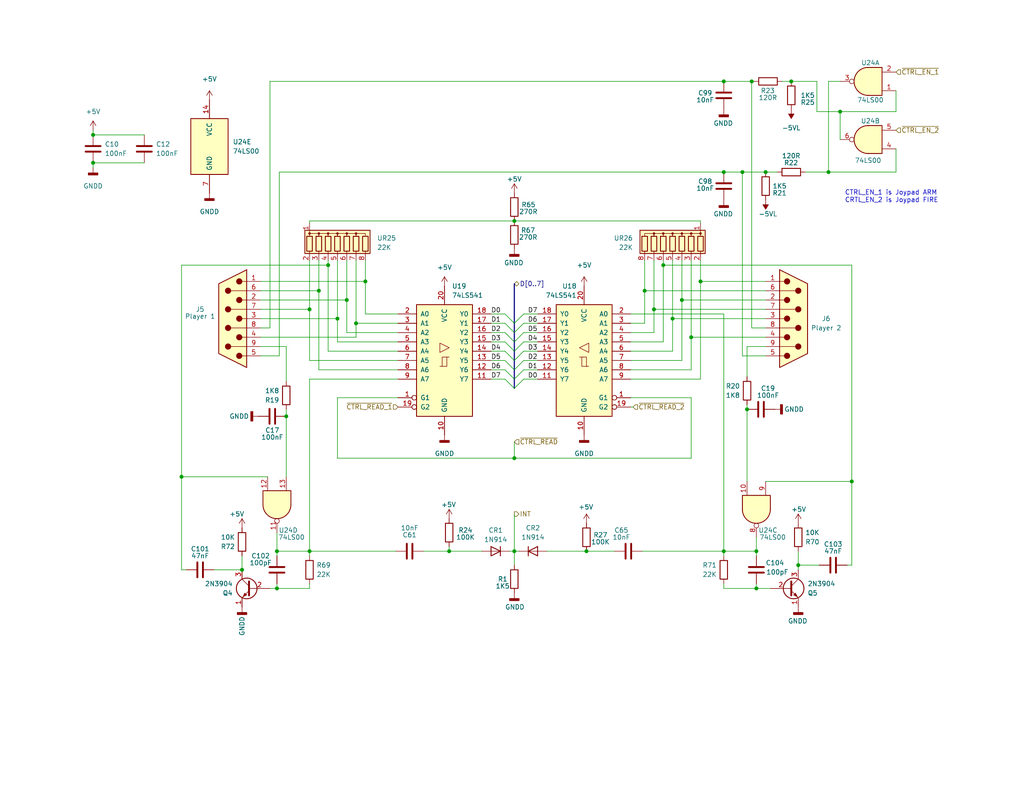
<source format=kicad_sch>
(kicad_sch (version 20230121) (generator eeschema)
  (paper "USLetter")
  (title_block (title "Righteous Tentacle, Colecovision Reverse Engineering Project") (date "2023-06-18") (rev "1.0.0.F") (company "sparkletron") (comment 1 "Jay Convertino") (comment 2 "MIT LICENSE") (comment 3 "PCB: 75743 REV F"))
  (lib_symbols
    (symbol "74xx:74LS00" (pin_names (offset 1.016))
      (property "Reference" "U" (at 0 1.27 0))
      (property "Value" "74LS00" (at 0 -1.27 0))
      (symbol "74LS00_1_1"
        (arc (start 0 -3.81) (mid 3.7934 0) (end 0 3.81) (stroke (width 0.254)) (fill (type background)))
        (polyline (pts (xy 0 3.81) (xy -3.81 3.81) (xy -3.81 -3.81) (xy 0 -3.81)) (stroke (width 0.254)) (fill (type background)))
        (pin input line (at -7.62 2.54 0) (length 3.81) (name "~") (number "1"))
        (pin input line (at -7.62 -2.54 0) (length 3.81) (name "~") (number "2"))
        (pin output inverted (at 7.62 0 180) (length 3.81) (name "~") (number "3"))
      )
      (symbol "74LS00_1_2"
        (arc (start -3.81 -3.81) (mid -2.589 0) (end -3.81 3.81) (stroke (width 0.254)))
        (arc (start -0.6096 -3.81) (mid 2.1842 -2.5851) (end 3.81 0) (stroke (width 0.254)) (fill (type background)))
        (polyline (pts (xy -3.81 -3.81) (xy -0.635 -3.81)) (stroke (width 0.254)) (fill (type background)))
        (polyline (pts (xy -3.81 3.81) (xy -0.635 3.81)) (stroke (width 0.254)) (fill (type background)))
        (polyline (pts (xy -0.635 3.81) (xy -3.81 3.81) (xy -3.81 3.81) (xy -3.556 3.4036) (xy -3.0226 2.2606) (xy -2.6924 1.0414) (xy -2.6162 -0.254) (xy -2.7686 -1.4986) (xy -3.175 -2.7178) (xy -3.81 -3.81) (xy -3.81 -3.81) (xy -0.635 -3.81)) (stroke (width -25.4)) (fill (type background)))
        (arc (start 3.81 0) (mid 2.1915 2.5936) (end -0.6096 3.81) (stroke (width 0.254)) (fill (type background)))
        (pin input inverted (at -7.62 2.54 0) (length 4.318) (name "~") (number "1"))
        (pin input inverted (at -7.62 -2.54 0) (length 4.318) (name "~") (number "2"))
        (pin output line (at 7.62 0 180) (length 3.81) (name "~") (number "3"))
      )
      (symbol "74LS00_2_1"
        (arc (start 0 -3.81) (mid 3.7934 0) (end 0 3.81) (stroke (width 0.254)) (fill (type background)))
        (polyline (pts (xy 0 3.81) (xy -3.81 3.81) (xy -3.81 -3.81) (xy 0 -3.81)) (stroke (width 0.254)) (fill (type background)))
        (pin input line (at -7.62 2.54 0) (length 3.81) (name "~") (number "4"))
        (pin input line (at -7.62 -2.54 0) (length 3.81) (name "~") (number "5"))
        (pin output inverted (at 7.62 0 180) (length 3.81) (name "~") (number "6"))
      )
      (symbol "74LS00_2_2"
        (arc (start -3.81 -3.81) (mid -2.589 0) (end -3.81 3.81) (stroke (width 0.254)))
        (arc (start -0.6096 -3.81) (mid 2.1842 -2.5851) (end 3.81 0) (stroke (width 0.254)) (fill (type background)))
        (polyline (pts (xy -3.81 -3.81) (xy -0.635 -3.81)) (stroke (width 0.254)) (fill (type background)))
        (polyline (pts (xy -3.81 3.81) (xy -0.635 3.81)) (stroke (width 0.254)) (fill (type background)))
        (polyline (pts (xy -0.635 3.81) (xy -3.81 3.81) (xy -3.81 3.81) (xy -3.556 3.4036) (xy -3.0226 2.2606) (xy -2.6924 1.0414) (xy -2.6162 -0.254) (xy -2.7686 -1.4986) (xy -3.175 -2.7178) (xy -3.81 -3.81) (xy -3.81 -3.81) (xy -0.635 -3.81)) (stroke (width -25.4)) (fill (type background)))
        (arc (start 3.81 0) (mid 2.1915 2.5936) (end -0.6096 3.81) (stroke (width 0.254)) (fill (type background)))
        (pin input inverted (at -7.62 2.54 0) (length 4.318) (name "~") (number "4"))
        (pin input inverted (at -7.62 -2.54 0) (length 4.318) (name "~") (number "5"))
        (pin output line (at 7.62 0 180) (length 3.81) (name "~") (number "6"))
      )
      (symbol "74LS00_3_1"
        (arc (start 0 -3.81) (mid 3.7934 0) (end 0 3.81) (stroke (width 0.254)) (fill (type background)))
        (polyline (pts (xy 0 3.81) (xy -3.81 3.81) (xy -3.81 -3.81) (xy 0 -3.81)) (stroke (width 0.254)) (fill (type background)))
        (pin input line (at -7.62 -2.54 0) (length 3.81) (name "~") (number "10"))
        (pin output inverted (at 7.62 0 180) (length 3.81) (name "~") (number "8"))
        (pin input line (at -7.62 2.54 0) (length 3.81) (name "~") (number "9"))
      )
      (symbol "74LS00_3_2"
        (arc (start -3.81 -3.81) (mid -2.589 0) (end -3.81 3.81) (stroke (width 0.254)))
        (arc (start -0.6096 -3.81) (mid 2.1842 -2.5851) (end 3.81 0) (stroke (width 0.254)) (fill (type background)))
        (polyline (pts (xy -3.81 -3.81) (xy -0.635 -3.81)) (stroke (width 0.254)) (fill (type background)))
        (polyline (pts (xy -3.81 3.81) (xy -0.635 3.81)) (stroke (width 0.254)) (fill (type background)))
        (polyline (pts (xy -0.635 3.81) (xy -3.81 3.81) (xy -3.81 3.81) (xy -3.556 3.4036) (xy -3.0226 2.2606) (xy -2.6924 1.0414) (xy -2.6162 -0.254) (xy -2.7686 -1.4986) (xy -3.175 -2.7178) (xy -3.81 -3.81) (xy -3.81 -3.81) (xy -0.635 -3.81)) (stroke (width -25.4)) (fill (type background)))
        (arc (start 3.81 0) (mid 2.1915 2.5936) (end -0.6096 3.81) (stroke (width 0.254)) (fill (type background)))
        (pin input inverted (at -7.62 -2.54 0) (length 4.318) (name "~") (number "10"))
        (pin output line (at 7.62 0 180) (length 3.81) (name "~") (number "8"))
        (pin input inverted (at -7.62 2.54 0) (length 4.318) (name "~") (number "9"))
      )
      (symbol "74LS00_4_1"
        (arc (start 0 -3.81) (mid 3.7934 0) (end 0 3.81) (stroke (width 0.254)) (fill (type background)))
        (polyline (pts (xy 0 3.81) (xy -3.81 3.81) (xy -3.81 -3.81) (xy 0 -3.81)) (stroke (width 0.254)) (fill (type background)))
        (pin output inverted (at 7.62 0 180) (length 3.81) (name "~") (number "11"))
        (pin input line (at -7.62 2.54 0) (length 3.81) (name "~") (number "12"))
        (pin input line (at -7.62 -2.54 0) (length 3.81) (name "~") (number "13"))
      )
      (symbol "74LS00_4_2"
        (arc (start -3.81 -3.81) (mid -2.589 0) (end -3.81 3.81) (stroke (width 0.254)))
        (arc (start -0.6096 -3.81) (mid 2.1842 -2.5851) (end 3.81 0) (stroke (width 0.254)) (fill (type background)))
        (polyline (pts (xy -3.81 -3.81) (xy -0.635 -3.81)) (stroke (width 0.254)) (fill (type background)))
        (polyline (pts (xy -3.81 3.81) (xy -0.635 3.81)) (stroke (width 0.254)) (fill (type background)))
        (polyline (pts (xy -0.635 3.81) (xy -3.81 3.81) (xy -3.81 3.81) (xy -3.556 3.4036) (xy -3.0226 2.2606) (xy -2.6924 1.0414) (xy -2.6162 -0.254) (xy -2.7686 -1.4986) (xy -3.175 -2.7178) (xy -3.81 -3.81) (xy -3.81 -3.81) (xy -0.635 -3.81)) (stroke (width -25.4)) (fill (type background)))
        (arc (start 3.81 0) (mid 2.1915 2.5936) (end -0.6096 3.81) (stroke (width 0.254)) (fill (type background)))
        (pin output line (at 7.62 0 180) (length 3.81) (name "~") (number "11"))
        (pin input inverted (at -7.62 2.54 0) (length 4.318) (name "~") (number "12"))
        (pin input inverted (at -7.62 -2.54 0) (length 4.318) (name "~") (number "13"))
      )
      (symbol "74LS00_5_0"
        (pin power_in line (at 0 12.7 270) (length 5.08) (name "VCC") (number "14"))
        (pin power_in line (at 0 -12.7 90) (length 5.08) (name "GND") (number "7"))
      )
      (symbol "74LS00_5_1"
        (rectangle (start -5.08 7.62) (end 5.08 -7.62) (stroke (width 0.254)) (fill (type background)))
      )
    )
    (symbol "74xx:74LS541" (pin_names (offset 1.016))
      (property "Reference" "U" (at -7.62 16.51 0))
      (property "Value" "74LS541" (at -7.62 -16.51 0))
      (symbol "74LS541_1_0"
        (polyline (pts (xy -0.635 -1.6002) (xy -0.635 0.9398) (xy 0.635 0.9398)))
        (polyline (pts (xy -1.27 -1.6002) (xy 0.635 -1.6002) (xy 0.635 0.9398) (xy 1.27 0.9398)))
        (polyline (pts (xy 1.27 3.4798) (xy -1.27 4.7498) (xy -1.27 2.2098) (xy 1.27 3.4798)) (stroke (width 0.1524)))
        (pin input inverted (at -12.7 -10.16 0) (length 5.08) (name "G1") (number "1"))
        (pin power_in line (at 0 -20.32 90) (length 5.08) (name "GND") (number "10"))
        (pin tri_state line (at 12.7 -5.08 180) (length 5.08) (name "Y7") (number "11"))
        (pin tri_state line (at 12.7 -2.54 180) (length 5.08) (name "Y6") (number "12"))
        (pin tri_state line (at 12.7 0 180) (length 5.08) (name "Y5") (number "13"))
        (pin tri_state line (at 12.7 2.54 180) (length 5.08) (name "Y4") (number "14"))
        (pin tri_state line (at 12.7 5.08 180) (length 5.08) (name "Y3") (number "15"))
        (pin tri_state line (at 12.7 7.62 180) (length 5.08) (name "Y2") (number "16"))
        (pin tri_state line (at 12.7 10.16 180) (length 5.08) (name "Y1") (number "17"))
        (pin tri_state line (at 12.7 12.7 180) (length 5.08) (name "Y0") (number "18"))
        (pin input inverted (at -12.7 -12.7 0) (length 5.08) (name "G2") (number "19"))
        (pin input line (at -12.7 12.7 0) (length 5.08) (name "A0") (number "2"))
        (pin power_in line (at 0 20.32 270) (length 5.08) (name "VCC") (number "20"))
        (pin input line (at -12.7 10.16 0) (length 5.08) (name "A1") (number "3"))
        (pin input line (at -12.7 7.62 0) (length 5.08) (name "A2") (number "4"))
        (pin input line (at -12.7 5.08 0) (length 5.08) (name "A3") (number "5"))
        (pin input line (at -12.7 2.54 0) (length 5.08) (name "A4") (number "6"))
        (pin input line (at -12.7 0 0) (length 5.08) (name "A5") (number "7"))
        (pin input line (at -12.7 -2.54 0) (length 5.08) (name "A6") (number "8"))
        (pin input line (at -12.7 -5.08 0) (length 5.08) (name "A7") (number "9"))
      )
      (symbol "74LS541_1_1"
        (rectangle (start -7.62 15.24) (end 7.62 -15.24) (stroke (width 0.254)) (fill (type background)))
      )
    )
    (symbol "Connector:DB9_Male" (pin_names (offset 1.016) hide)
      (property "Reference" "J" (at 0 13.97 0))
      (property "Value" "DB9_Male" (at 0 -14.605 0))
      (symbol "DB9_Male_0_1"
        (circle (center -1.778 -10.16) (radius 0.762) (fill (type outline)))
        (circle (center -1.778 -5.08) (radius 0.762) (fill (type outline)))
        (circle (center -1.778 0) (radius 0.762) (fill (type outline)))
        (circle (center -1.778 5.08) (radius 0.762) (fill (type outline)))
        (circle (center -1.778 10.16) (radius 0.762) (fill (type outline)))
        (polyline (pts (xy -3.81 -10.16) (xy -2.54 -10.16)))
        (polyline (pts (xy -3.81 -7.62) (xy 0.508 -7.62)))
        (polyline (pts (xy -3.81 -5.08) (xy -2.54 -5.08)))
        (polyline (pts (xy -3.81 -2.54) (xy 0.508 -2.54)))
        (polyline (pts (xy -3.81 0) (xy -2.54 0)))
        (polyline (pts (xy -3.81 2.54) (xy 0.508 2.54)))
        (polyline (pts (xy -3.81 5.08) (xy -2.54 5.08)))
        (polyline (pts (xy -3.81 7.62) (xy 0.508 7.62)))
        (polyline (pts (xy -3.81 10.16) (xy -2.54 10.16)))
        (polyline (pts (xy -3.81 -13.335) (xy -3.81 13.335) (xy 3.81 9.525) (xy 3.81 -9.525) (xy -3.81 -13.335)) (stroke (width 0.254)) (fill (type background)))
        (circle (center 1.27 -7.62) (radius 0.762) (fill (type outline)))
        (circle (center 1.27 -2.54) (radius 0.762) (fill (type outline)))
        (circle (center 1.27 2.54) (radius 0.762) (fill (type outline)))
        (circle (center 1.27 7.62) (radius 0.762) (fill (type outline)))
      )
      (symbol "DB9_Male_1_1"
        (pin passive line (at -7.62 -10.16 0) (length 3.81) (name "1") (number "1"))
        (pin passive line (at -7.62 -5.08 0) (length 3.81) (name "2") (number "2"))
        (pin passive line (at -7.62 0 0) (length 3.81) (name "3") (number "3"))
        (pin passive line (at -7.62 5.08 0) (length 3.81) (name "4") (number "4"))
        (pin passive line (at -7.62 10.16 0) (length 3.81) (name "5") (number "5"))
        (pin passive line (at -7.62 -7.62 0) (length 3.81) (name "6") (number "6"))
        (pin passive line (at -7.62 -2.54 0) (length 3.81) (name "7") (number "7"))
        (pin passive line (at -7.62 2.54 0) (length 3.81) (name "8") (number "8"))
        (pin passive line (at -7.62 7.62 0) (length 3.81) (name "9") (number "9"))
      )
    )
    (symbol "Device:C" (pin_numbers hide) (pin_names (offset 0.254))
      (property "Reference" "C" (at 0.635 2.54 0))
      (property "Value" "C" (at 0.635 -2.54 0))
      (symbol "C_0_1"
        (polyline (pts (xy -2.032 -0.762) (xy 2.032 -0.762)) (stroke (width 0.508)))
        (polyline (pts (xy -2.032 0.762) (xy 2.032 0.762)) (stroke (width 0.508)))
      )
      (symbol "C_1_1"
        (pin passive line (at 0 3.81 270) (length 2.794) (name "~") (number "1"))
        (pin passive line (at 0 -3.81 90) (length 2.794) (name "~") (number "2"))
      )
    )
    (symbol "Device:D" (pin_numbers hide) (pin_names (offset 1.016) hide)
      (property "Reference" "D" (at 0 2.54 0))
      (property "Value" "D" (at 0 -2.54 0))
      (symbol "D_0_1"
        (polyline (pts (xy -1.27 1.27) (xy -1.27 -1.27)) (stroke (width 0.254)))
        (polyline (pts (xy 1.27 0) (xy -1.27 0)))
        (polyline (pts (xy 1.27 1.27) (xy 1.27 -1.27) (xy -1.27 0) (xy 1.27 1.27)) (stroke (width 0.254)))
      )
      (symbol "D_1_1"
        (pin passive line (at -3.81 0 0) (length 2.54) (name "K") (number "1"))
        (pin passive line (at 3.81 0 180) (length 2.54) (name "A") (number "2"))
      )
    )
    (symbol "Device:R" (pin_numbers hide) (pin_names (offset 0))
      (property "Reference" "R" (at 2.032 0 90))
      (property "Value" "R" (at 0 0 90))
      (symbol "R_0_1"
        (rectangle (start -1.016 -2.54) (end 1.016 2.54) (stroke (width 0.254)))
      )
      (symbol "R_1_1"
        (pin passive line (at 0 3.81 270) (length 1.27) (name "~") (number "1"))
        (pin passive line (at 0 -3.81 90) (length 1.27) (name "~") (number "2"))
      )
    )
    (symbol "Device:R_Network07" (pin_names (offset 0) hide)
      (property "Reference" "RN" (at -10.16 0 90))
      (property "Value" "R_Network07" (at 10.16 0 90))
      (symbol "R_Network07_0_1"
        (rectangle (start -8.89 -3.175) (end 8.89 3.175) (stroke (width 0.254)) (fill (type background)))
        (rectangle (start -8.382 1.524) (end -6.858 -2.54) (stroke (width 0.254)))
        (circle (center -7.62 2.286) (radius 0.254) (fill (type outline)))
        (rectangle (start -5.842 1.524) (end -4.318 -2.54) (stroke (width 0.254)))
        (circle (center -5.08 2.286) (radius 0.254) (fill (type outline)))
        (rectangle (start -3.302 1.524) (end -1.778 -2.54) (stroke (width 0.254)))
        (circle (center -2.54 2.286) (radius 0.254) (fill (type outline)))
        (rectangle (start -0.762 1.524) (end 0.762 -2.54) (stroke (width 0.254)))
        (polyline (pts (xy -7.62 -2.54) (xy -7.62 -3.81)))
        (polyline (pts (xy -5.08 -2.54) (xy -5.08 -3.81)))
        (polyline (pts (xy -2.54 -2.54) (xy -2.54 -3.81)))
        (polyline (pts (xy 0 -2.54) (xy 0 -3.81)))
        (polyline (pts (xy 2.54 -2.54) (xy 2.54 -3.81)))
        (polyline (pts (xy 5.08 -2.54) (xy 5.08 -3.81)))
        (polyline (pts (xy 7.62 -2.54) (xy 7.62 -3.81)))
        (polyline (pts (xy -7.62 1.524) (xy -7.62 2.286) (xy -5.08 2.286) (xy -5.08 1.524)))
        (polyline (pts (xy -5.08 1.524) (xy -5.08 2.286) (xy -2.54 2.286) (xy -2.54 1.524)))
        (polyline (pts (xy -2.54 1.524) (xy -2.54 2.286) (xy 0 2.286) (xy 0 1.524)))
        (polyline (pts (xy 0 1.524) (xy 0 2.286) (xy 2.54 2.286) (xy 2.54 1.524)))
        (polyline (pts (xy 2.54 1.524) (xy 2.54 2.286) (xy 5.08 2.286) (xy 5.08 1.524)))
        (polyline (pts (xy 5.08 1.524) (xy 5.08 2.286) (xy 7.62 2.286) (xy 7.62 1.524)))
        (circle (center 0 2.286) (radius 0.254) (fill (type outline)))
        (rectangle (start 1.778 1.524) (end 3.302 -2.54) (stroke (width 0.254)))
        (circle (center 2.54 2.286) (radius 0.254) (fill (type outline)))
        (rectangle (start 4.318 1.524) (end 5.842 -2.54) (stroke (width 0.254)))
        (circle (center 5.08 2.286) (radius 0.254) (fill (type outline)))
        (rectangle (start 6.858 1.524) (end 8.382 -2.54) (stroke (width 0.254)))
      )
      (symbol "R_Network07_1_1"
        (pin passive line (at -7.62 5.08 270) (length 2.54) (name "common") (number "1"))
        (pin passive line (at -7.62 -5.08 90) (length 1.27) (name "R1") (number "2"))
        (pin passive line (at -5.08 -5.08 90) (length 1.27) (name "R2") (number "3"))
        (pin passive line (at -2.54 -5.08 90) (length 1.27) (name "R3") (number "4"))
        (pin passive line (at 0 -5.08 90) (length 1.27) (name "R4") (number "5"))
        (pin passive line (at 2.54 -5.08 90) (length 1.27) (name "R5") (number "6"))
        (pin passive line (at 5.08 -5.08 90) (length 1.27) (name "R6") (number "7"))
        (pin passive line (at 7.62 -5.08 90) (length 1.27) (name "R7") (number "8"))
      )
    )
    (symbol "Power_Symbols:-5VL" (power) (pin_names (offset 0))
      (property "Value" "-5VL" (at 0 3.81 0))
      (symbol "-5VL_0_0"
        (pin power_in line (at 0 0 90) (length 0) hide (name "-5VL") (number "1"))
      )
      (symbol "-5VL_0_1"
        (polyline (pts (xy 0 0) (xy 0 1.27) (xy 0.762 1.27) (xy 0 2.54) (xy -0.762 1.27) (xy 0 1.27)) (fill (type outline)))
      )
    )
    (symbol "Transistor_BJT:2N3904" (pin_names (offset 0) hide)
      (property "Reference" "Q" (at 5.08 1.905 0))
      (property "Value" "2N3904" (at 5.08 0 0))
      (symbol "2N3904_0_1"
        (polyline (pts (xy 0.635 0.635) (xy 2.54 2.54)))
        (polyline (pts (xy 0.635 -0.635) (xy 2.54 -2.54) (xy 2.54 -2.54)))
        (polyline (pts (xy 0.635 1.905) (xy 0.635 -1.905) (xy 0.635 -1.905)) (stroke (width 0.508)))
        (polyline (pts (xy 1.27 -1.778) (xy 1.778 -1.27) (xy 2.286 -2.286) (xy 1.27 -1.778) (xy 1.27 -1.778)) (fill (type outline)))
        (circle (center 1.27 0) (radius 2.8194) (stroke (width 0.254)))
      )
      (symbol "2N3904_1_1"
        (pin passive line (at 2.54 -5.08 90) (length 2.54) (name "E") (number "1"))
        (pin passive line (at -5.08 0 0) (length 5.715) (name "B") (number "2"))
        (pin passive line (at 2.54 5.08 270) (length 2.54) (name "C") (number "3"))
      )
    )
    (symbol "power:+5V" (power) (pin_names (offset 0))
      (property "Value" "+5V" (at 0 3.556 0))
      (symbol "+5V_0_1"
        (polyline (pts (xy -0.762 1.27) (xy 0 2.54)))
        (polyline (pts (xy 0 0) (xy 0 2.54)))
        (polyline (pts (xy 0 2.54) (xy 0.762 1.27)))
      )
      (symbol "+5V_1_1"
        (pin power_in line (at 0 0 90) (length 0) hide (name "+5V") (number "1"))
      )
    )
    (symbol "power:GNDD" (power) (pin_names (offset 0))
      (property "Value" "GNDD" (at 0 -3.175 0))
      (symbol "GNDD_0_1"
        (rectangle (start -1.27 -1.524) (end 1.27 -2.032) (stroke (width 0.254)) (fill (type outline)))
        (polyline (pts (xy 0 0) (xy 0 -1.524)))
      )
      (symbol "GNDD_1_1"
        (pin power_in line (at 0 0 270) (length 0) hide (name "GNDD") (number "1"))
      )
    )
  )
  (junction (at 75.565 160.655))
  (junction (at 66.04 155.575))
  (junction (at 25.4 36.83))
  (junction (at 202.565 46.99))
  (junction (at 205.105 22.225))
  (junction (at 229.235 30.48))
  (junction (at 232.41 131.445))
  (junction (at 86.995 79.375))
  (junction (at 180.975 72.39))
  (junction (at 217.805 154.305))
  (junction (at 160.02 150.495))
  (junction (at 183.515 86.995))
  (junction (at 208.915 46.99))
  (junction (at 25.4 44.45))
  (junction (at 84.455 84.455))
  (junction (at 215.9 22.225))
  (junction (at 197.485 150.495))
  (junction (at 175.895 79.375))
  (junction (at 75.565 150.495))
  (junction (at 89.535 72.39))
  (junction (at 226.06 46.99))
  (junction (at 186.055 81.915))
  (junction (at 206.375 160.655))
  (junction (at 140.335 60.325))
  (junction (at 197.485 46.99))
  (junction (at 78.105 113.665))
  (junction (at 84.455 150.495))
  (junction (at 122.555 150.495))
  (junction (at 49.53 130.175))
  (junction (at 188.595 92.075))
  (junction (at 178.435 84.455))
  (junction (at 191.135 76.835))
  (junction (at 140.335 150.495))
  (junction (at 197.485 22.225))
  (junction (at 94.615 81.915))
  (junction (at 99.695 76.835))
  (junction (at 203.835 111.76))
  (junction (at 206.375 150.495))
  (junction (at 140.335 125.095))
  (junction (at 92.075 86.995))
  (junction (at 97.155 88.265))
  (bus_entry (at 137.795 88.265) (size 2.54 2.54))
  (bus_entry (at 137.795 103.505) (size 2.54 2.54))
  (bus_entry (at 137.795 95.885) (size 2.54 2.54))
  (bus_entry (at 142.875 100.965) (size -2.54 2.54))
  (bus_entry (at 142.875 85.725) (size -2.54 2.54))
  (bus_entry (at 142.875 98.425) (size -2.54 2.54))
  (bus_entry (at 142.875 88.265) (size -2.54 2.54))
  (bus_entry (at 142.875 95.885) (size -2.54 2.54))
  (bus_entry (at 137.795 98.425) (size 2.54 2.54))
  (bus_entry (at 142.875 90.805) (size -2.54 2.54))
  (bus_entry (at 142.875 93.345) (size -2.54 2.54))
  (bus_entry (at 137.795 93.345) (size 2.54 2.54))
  (bus_entry (at 137.795 85.725) (size 2.54 2.54))
  (bus_entry (at 137.795 100.965) (size 2.54 2.54))
  (bus_entry (at 142.875 103.505) (size -2.54 2.54))
  (bus_entry (at 137.795 90.805) (size 2.54 2.54))
  (wire (pts (xy 229.235 30.48) (xy 222.885 30.48)))
  (wire (pts (xy 73.66 22.225) (xy 197.485 22.225)))
  (bus (pts (xy 140.335 88.265) (xy 140.335 90.805)))
  (wire (pts (xy 84.455 60.325) (xy 84.455 60.96)))
  (wire (pts (xy 146.685 90.805) (xy 142.875 90.805)))
  (wire (pts (xy 160.02 150.495) (xy 167.64 150.495)))
  (wire (pts (xy 219.71 46.99) (xy 226.06 46.99)))
  (wire (pts (xy 25.4 35.56) (xy 25.4 36.83)))
  (wire (pts (xy 178.435 84.455) (xy 178.435 90.805)))
  (wire (pts (xy 197.485 22.225) (xy 205.105 22.225)))
  (wire (pts (xy 191.135 71.12) (xy 191.135 76.835)))
  (wire (pts (xy 229.235 30.48) (xy 244.475 30.48)))
  (wire (pts (xy 180.975 72.39) (xy 232.41 72.39)))
  (wire (pts (xy 244.475 40.64) (xy 244.475 46.99)))
  (wire (pts (xy 71.12 81.915) (xy 94.615 81.915)))
  (wire (pts (xy 92.075 108.585) (xy 92.075 125.095)))
  (wire (pts (xy 140.335 140.335) (xy 140.335 150.495)))
  (wire (pts (xy 92.075 108.585) (xy 108.585 108.585)))
  (wire (pts (xy 197.485 85.725) (xy 197.485 150.495)))
  (wire (pts (xy 108.585 88.265) (xy 97.155 88.265)))
  (wire (pts (xy 172.72 111.125) (xy 172.085 111.125)))
  (wire (pts (xy 133.985 93.345) (xy 137.795 93.345)))
  (wire (pts (xy 99.695 71.12) (xy 99.695 76.835)))
  (wire (pts (xy 203.835 111.76) (xy 203.835 131.445)))
  (wire (pts (xy 84.455 103.505) (xy 108.585 103.505)))
  (wire (pts (xy 208.915 81.915) (xy 186.055 81.915)))
  (wire (pts (xy 133.985 98.425) (xy 137.795 98.425)))
  (wire (pts (xy 188.595 92.075) (xy 188.595 100.965)))
  (wire (pts (xy 25.4 36.83) (xy 39.37 36.83)))
  (bus (pts (xy 140.335 90.805) (xy 140.335 93.345)))
  (wire (pts (xy 49.53 72.39) (xy 49.53 130.175)))
  (wire (pts (xy 133.985 85.725) (xy 137.795 85.725)))
  (wire (pts (xy 146.685 95.885) (xy 142.875 95.885)))
  (wire (pts (xy 186.055 81.915) (xy 186.055 98.425)))
  (wire (pts (xy 191.135 76.835) (xy 191.135 103.505)))
  (wire (pts (xy 175.895 88.265) (xy 175.895 79.375)))
  (wire (pts (xy 86.995 79.375) (xy 86.995 100.965)))
  (wire (pts (xy 183.515 86.995) (xy 183.515 71.12)))
  (wire (pts (xy 232.41 154.305) (xy 232.41 131.445)))
  (wire (pts (xy 115.57 150.495) (xy 122.555 150.495)))
  (wire (pts (xy 197.485 150.495) (xy 197.485 151.765)))
  (wire (pts (xy 146.685 93.345) (xy 142.875 93.345)))
  (wire (pts (xy 146.685 103.505) (xy 142.875 103.505)))
  (wire (pts (xy 25.4 45.72) (xy 25.4 44.45)))
  (wire (pts (xy 49.53 155.575) (xy 49.53 130.175)))
  (wire (pts (xy 108.585 98.425) (xy 84.455 98.425)))
  (wire (pts (xy 203.835 102.87) (xy 203.835 94.615)))
  (wire (pts (xy 186.055 98.425) (xy 172.085 98.425)))
  (wire (pts (xy 108.585 90.805) (xy 94.615 90.805)))
  (wire (pts (xy 172.085 88.265) (xy 175.895 88.265)))
  (wire (pts (xy 208.915 97.155) (xy 202.565 97.155)))
  (bus (pts (xy 140.335 100.965) (xy 140.335 103.505)))
  (wire (pts (xy 133.985 103.505) (xy 137.795 103.505)))
  (wire (pts (xy 75.565 145.415) (xy 75.565 150.495)))
  (wire (pts (xy 75.565 159.385) (xy 75.565 160.655)))
  (wire (pts (xy 206.375 151.765) (xy 206.375 150.495)))
  (wire (pts (xy 183.515 95.885) (xy 183.515 86.995)))
  (wire (pts (xy 178.435 90.805) (xy 172.085 90.805)))
  (wire (pts (xy 146.685 98.425) (xy 142.875 98.425)))
  (wire (pts (xy 99.695 76.835) (xy 99.695 85.725)))
  (wire (pts (xy 232.41 72.39) (xy 232.41 131.445)))
  (wire (pts (xy 139.065 150.495) (xy 140.335 150.495)))
  (wire (pts (xy 206.375 146.685) (xy 206.375 150.495)))
  (wire (pts (xy 208.915 84.455) (xy 178.435 84.455)))
  (wire (pts (xy 146.685 88.265) (xy 142.875 88.265)))
  (wire (pts (xy 71.12 76.835) (xy 99.695 76.835)))
  (bus (pts (xy 140.335 95.885) (xy 140.335 98.425)))
  (wire (pts (xy 172.085 100.965) (xy 188.595 100.965)))
  (wire (pts (xy 146.685 85.725) (xy 142.875 85.725)))
  (wire (pts (xy 213.36 22.225) (xy 215.9 22.225)))
  (wire (pts (xy 108.585 95.885) (xy 89.535 95.885)))
  (wire (pts (xy 78.105 111.76) (xy 78.105 113.665)))
  (wire (pts (xy 175.895 79.375) (xy 175.895 71.12)))
  (wire (pts (xy 222.885 30.48) (xy 222.885 22.225)))
  (wire (pts (xy 208.915 86.995) (xy 183.515 86.995)))
  (wire (pts (xy 180.975 93.345) (xy 172.085 93.345)))
  (wire (pts (xy 191.135 60.96) (xy 191.135 60.325)))
  (wire (pts (xy 92.075 71.12) (xy 92.075 86.995)))
  (wire (pts (xy 71.12 79.375) (xy 86.995 79.375)))
  (wire (pts (xy 226.06 22.225) (xy 226.06 46.99)))
  (wire (pts (xy 58.42 155.575) (xy 66.04 155.575)))
  (wire (pts (xy 231.14 154.305) (xy 232.41 154.305)))
  (bus (pts (xy 140.335 98.425) (xy 140.335 100.965)))
  (wire (pts (xy 140.335 60.325) (xy 191.135 60.325)))
  (wire (pts (xy 180.975 72.39) (xy 180.975 93.345)))
  (wire (pts (xy 188.595 125.095) (xy 188.595 108.585)))
  (wire (pts (xy 197.485 160.655) (xy 206.375 160.655)))
  (wire (pts (xy 94.615 81.915) (xy 94.615 71.12)))
  (wire (pts (xy 191.135 103.505) (xy 172.085 103.505)))
  (wire (pts (xy 217.805 150.495) (xy 217.805 154.305)))
  (wire (pts (xy 73.66 89.535) (xy 73.66 22.225)))
  (wire (pts (xy 208.915 46.99) (xy 212.09 46.99)))
  (wire (pts (xy 25.4 44.45) (xy 39.37 44.45)))
  (wire (pts (xy 66.04 151.765) (xy 66.04 155.575)))
  (wire (pts (xy 122.555 150.495) (xy 131.445 150.495)))
  (wire (pts (xy 208.915 76.835) (xy 191.135 76.835)))
  (wire (pts (xy 197.485 46.99) (xy 202.565 46.99)))
  (wire (pts (xy 97.155 92.075) (xy 97.155 88.265)))
  (wire (pts (xy 71.12 92.075) (xy 97.155 92.075)))
  (wire (pts (xy 217.805 154.305) (xy 217.805 155.575)))
  (wire (pts (xy 84.455 160.655) (xy 75.565 160.655)))
  (wire (pts (xy 133.985 95.885) (xy 137.795 95.885)))
  (wire (pts (xy 76.2 46.99) (xy 76.2 97.155)))
  (wire (pts (xy 84.455 150.495) (xy 107.95 150.495)))
  (wire (pts (xy 84.455 84.455) (xy 84.455 98.425)))
  (wire (pts (xy 188.595 71.12) (xy 188.595 92.075)))
  (wire (pts (xy 92.075 125.095) (xy 140.335 125.095)))
  (wire (pts (xy 71.12 86.995) (xy 92.075 86.995)))
  (wire (pts (xy 203.835 110.49) (xy 203.835 111.76)))
  (wire (pts (xy 180.975 71.12) (xy 180.975 72.39)))
  (wire (pts (xy 208.915 79.375) (xy 175.895 79.375)))
  (wire (pts (xy 108.585 93.345) (xy 92.075 93.345)))
  (wire (pts (xy 197.485 159.385) (xy 197.485 160.655)))
  (bus (pts (xy 140.335 77.47) (xy 140.335 88.265)))
  (wire (pts (xy 86.995 71.12) (xy 86.995 79.375)))
  (wire (pts (xy 175.26 150.495) (xy 197.485 150.495)))
  (wire (pts (xy 75.565 160.655) (xy 73.66 160.655)))
  (wire (pts (xy 76.2 97.155) (xy 71.12 97.155)))
  (wire (pts (xy 140.335 60.325) (xy 84.455 60.325)))
  (wire (pts (xy 84.455 71.12) (xy 84.455 84.455)))
  (wire (pts (xy 203.835 94.615) (xy 208.915 94.615)))
  (wire (pts (xy 223.52 154.305) (xy 217.805 154.305)))
  (wire (pts (xy 149.225 150.495) (xy 160.02 150.495)))
  (wire (pts (xy 206.375 160.655) (xy 210.185 160.655)))
  (wire (pts (xy 76.2 46.99) (xy 197.485 46.99)))
  (wire (pts (xy 97.155 71.12) (xy 97.155 88.265)))
  (wire (pts (xy 244.475 24.765) (xy 244.475 30.48)))
  (wire (pts (xy 75.565 150.495) (xy 75.565 151.765)))
  (wire (pts (xy 92.075 86.995) (xy 92.075 93.345)))
  (wire (pts (xy 140.335 150.495) (xy 141.605 150.495)))
  (wire (pts (xy 133.985 88.265) (xy 137.795 88.265)))
  (wire (pts (xy 89.535 72.39) (xy 49.53 72.39)))
  (wire (pts (xy 75.565 150.495) (xy 84.455 150.495)))
  (wire (pts (xy 133.985 90.805) (xy 137.795 90.805)))
  (wire (pts (xy 226.06 46.99) (xy 244.475 46.99)))
  (bus (pts (xy 140.335 93.345) (xy 140.335 95.885)))
  (wire (pts (xy 49.53 130.175) (xy 73.025 130.175)))
  (wire (pts (xy 208.915 89.535) (xy 205.105 89.535)))
  (wire (pts (xy 133.985 100.965) (xy 137.795 100.965)))
  (wire (pts (xy 78.105 104.14) (xy 78.105 94.615)))
  (wire (pts (xy 78.105 113.665) (xy 78.105 130.175)))
  (bus (pts (xy 140.335 103.505) (xy 140.335 106.045)))
  (wire (pts (xy 186.055 71.12) (xy 186.055 81.915)))
  (wire (pts (xy 71.12 89.535) (xy 73.66 89.535)))
  (wire (pts (xy 202.565 97.155) (xy 202.565 46.99)))
  (wire (pts (xy 146.685 100.965) (xy 142.875 100.965)))
  (wire (pts (xy 49.53 155.575) (xy 50.8 155.575)))
  (wire (pts (xy 89.535 72.39) (xy 89.535 95.885)))
  (wire (pts (xy 205.105 22.225) (xy 205.105 89.535)))
  (wire (pts (xy 78.105 94.615) (xy 71.12 94.615)))
  (wire (pts (xy 208.915 131.445) (xy 232.41 131.445)))
  (wire (pts (xy 140.335 125.095) (xy 188.595 125.095)))
  (wire (pts (xy 84.455 159.385) (xy 84.455 160.655)))
  (wire (pts (xy 94.615 90.805) (xy 94.615 81.915)))
  (wire (pts (xy 71.12 84.455) (xy 84.455 84.455)))
  (wire (pts (xy 229.235 22.225) (xy 226.06 22.225)))
  (wire (pts (xy 206.375 159.385) (xy 206.375 160.655)))
  (wire (pts (xy 229.235 38.1) (xy 229.235 30.48)))
  (wire (pts (xy 206.375 150.495) (xy 197.485 150.495)))
  (wire (pts (xy 89.535 71.12) (xy 89.535 72.39)))
  (wire (pts (xy 205.105 22.225) (xy 205.74 22.225)))
  (wire (pts (xy 140.335 150.495) (xy 140.335 154.305)))
  (wire (pts (xy 172.085 85.725) (xy 197.485 85.725)))
  (wire (pts (xy 202.565 46.99) (xy 208.915 46.99)))
  (wire (pts (xy 208.915 92.075) (xy 188.595 92.075)))
  (wire (pts (xy 84.455 103.505) (xy 84.455 150.495)))
  (wire (pts (xy 84.455 150.495) (xy 84.455 151.765)))
  (wire (pts (xy 188.595 108.585) (xy 172.085 108.585)))
  (wire (pts (xy 122.555 150.495) (xy 122.555 149.225)))
  (wire (pts (xy 178.435 71.12) (xy 178.435 84.455)))
  (wire (pts (xy 172.085 95.885) (xy 183.515 95.885)))
  (wire (pts (xy 108.585 85.725) (xy 99.695 85.725)))
  (wire (pts (xy 140.335 120.65) (xy 140.335 125.095)))
  (wire (pts (xy 215.9 22.225) (xy 222.885 22.225)))
  (wire (pts (xy 86.995 100.965) (xy 108.585 100.965)))
  (text "CTRL_EN_1 is Joypad ARM\nCRTL_EN_2 is Joypad FIRE" (at 230.505 55.499 0) (effects (font (size 1.27 1.27)) (justify left bottom)))
  (label "D7" (at 133.985 103.505 0))
  (label "D6" (at 146.685 88.265 180))
  (label "D5" (at 146.685 90.805 180))
  (label "D7" (at 146.685 85.725 180))
  (label "D5" (at 133.985 98.425 0))
  (label "D4" (at 146.685 93.345 180))
  (label "D0" (at 133.985 85.725 0))
  (label "D1" (at 133.985 88.265 0))
  (label "D4" (at 133.985 95.885 0))
  (label "D0" (at 146.685 103.505 180))
  (label "D1" (at 146.685 100.965 180))
  (label "D6" (at 133.985 100.965 0))
  (label "D3" (at 133.985 93.345 0))
  (label "D2" (at 146.685 98.425 180))
  (label "D3" (at 146.685 95.885 180))
  (label "D2" (at 133.985 90.805 0))
  (hierarchical_label "~{CTRL_EN_2}" (shape input) (at 244.475 35.56 0))
  (hierarchical_label "~{CTRL_EN_1}" (shape input) (at 244.475 19.685 0))
  (hierarchical_label "~{CTRL_READ}" (shape input) (at 140.335 120.65 0))
  (hierarchical_label "~{CTRL_READ_1}" (shape input) (at 108.585 111.125 180))
  (hierarchical_label "D[0..7]" (shape bidirectional) (at 140.335 77.47 0))
  (hierarchical_label "~{CTRL_READ_2}" (shape input) (at 172.72 111.125 0))
  (hierarchical_label "INT" (shape output) (at 140.335 140.335 0))
  (symbol (lib_id "Device:R") (at 140.335 158.115 180) (unit 1)
    (property "Reference" "R1" (at 137.16 158.115 0))
    (property "Value" "1K5" (at 137.16 160.02 0))
    (property "Footprint" "Resistor_THT:R_Axial_DIN0207_L6.3mm_D2.5mm_P10.16mm_Horizontal" (effects hide))
  )
  (symbol (lib_id "power:+5V") (at 140.335 52.705 0) (unit 1)
    (property "Reference" "#PWR0218" (effects hide))
    (property "Value" "+5V" (at 140.335 48.895 0))
  )
  (symbol (lib_id "74xx:74LS541") (at 121.285 98.425 0) (unit 1)
    (property "Reference" "U19" (at 123.3044 78.105 0) (effects (justify left)))
    (property "Value" "74LS541" (at 123.3044 80.645 0) (effects (justify left)))
    (property "Footprint" "Package_DIP:DIP-20_W7.62mm_LongPads" (effects hide))
    (property "Datasheet" "http://www.ti.com/lit/gpn/sn74LS541" (effects hide))
  )
  (symbol (lib_id "74xx:74LS00") (at 75.565 137.795 90) (mirror x) (unit 4)
    (property "Reference" "U24" (at 81.28 144.78 90) (effects (justify left)))
    (property "Value" "74LS00" (at 83.185 146.685 90) (effects (justify left)))
    (property "Footprint" "Package_DIP:DIP-14_W7.62mm_LongPads" (effects hide))
    (property "Datasheet" "http://www.ti.com/lit/gpn/sn74ls00" (effects hide))
  )
  (symbol (lib_id "Device:C") (at 25.4 40.64 0) (unit 1)
    (property "Reference" "C10" (at 28.575 39.3699 0) (effects (justify left)))
    (property "Value" "100nF" (at 28.575 41.9099 0) (effects (justify left)))
    (property "Footprint" "Capacitor_THT:C_Disc_D7.0mm_W2.5mm_P5.00mm" (effects hide))
  )
  (symbol (lib_id "Device:D") (at 145.415 150.495 0) (unit 1)
    (property "Reference" "CR2" (at 145.415 144.145 0))
    (property "Value" "1N914" (at 145.415 146.685 0))
    (property "Footprint" "Diode_THT:D_DO-35_SOD27_P10.16mm_Horizontal" (effects hide))
  )
  (symbol (lib_id "power:GNDD") (at 140.335 67.945 0) (unit 1)
    (property "Reference" "#PWR0219" (effects hide))
    (property "Value" "GNDD" (at 142.875 71.755 0) (effects (justify right)))
  )
  (symbol (lib_id "Device:R") (at 140.335 56.515 0) (unit 1)
    (property "Reference" "R65" (at 142.24 55.88 0) (effects (justify left)))
    (property "Value" "270R" (at 141.605 57.785 0) (effects (justify left)))
    (property "Footprint" "Resistor_THT:R_Axial_DIN0207_L6.3mm_D2.5mm_P10.16mm_Horizontal" (effects hide))
  )
  (symbol (lib_id "power:GNDD") (at 66.04 165.735 0) (mirror y) (unit 1)
    (property "Reference" "#PWR0209" (effects hide))
    (property "Value" "GNDD" (at 66.04 168.275 90) (effects (justify right)))
  )
  (symbol (lib_id "power:+5V") (at 25.4 35.56 0) (unit 1)
    (property "Reference" "#PWR0224" (effects hide))
    (property "Value" "+5V" (at 25.4 30.48 0))
  )
  (symbol (lib_id "power:GNDD") (at 57.15 52.705 0) (unit 1)
    (property "Reference" "#PWR0227" (effects hide))
    (property "Value" "GNDD" (at 57.15 57.785 0))
  )
  (symbol (lib_id "power:+5V") (at 217.805 142.875 0) (mirror y) (unit 1)
    (property "Reference" "#PWR0222" (effects hide))
    (property "Value" "+5V" (at 215.9 139.065 0) (effects (justify right)))
  )
  (symbol (lib_id "74xx:74LS541") (at 159.385 98.425 0) (mirror y) (unit 1)
    (property "Reference" "U18" (at 157.3656 78.105 0) (effects (justify left)))
    (property "Value" "74LS541" (at 157.3656 80.645 0) (effects (justify left)))
    (property "Footprint" "Package_DIP:DIP-20_W7.62mm_LongPads" (effects hide))
    (property "Datasheet" "http://www.ti.com/lit/gpn/sn74LS541" (effects hide))
  )
  (symbol (lib_id "power:GNDD") (at 211.455 111.76 90) (mirror x) (unit 1)
    (property "Reference" "#PWR0217" (effects hide))
    (property "Value" "GNDD" (at 213.995 111.76 90) (effects (justify right)))
  )
  (symbol (lib_id "Transistor_BJT:2N3904") (at 68.58 160.655 0) (mirror y) (unit 1)
    (property "Reference" "Q4" (at 63.5 161.9251 0) (effects (justify left)))
    (property "Value" "2N3904" (at 63.5 159.3851 0) (effects (justify left)))
    (property "Footprint" "Package_TO_SOT_THT:TO-92_Wide" (effects hide))
    (property "Datasheet" "https://www.onsemi.com/pub/Collateral/2N3903-D.PDF" (effects hide))
  )
  (symbol (lib_id "Device:R") (at 160.02 146.685 0) (unit 1)
    (property "Reference" "R27" (at 163.83 146.05 0))
    (property "Value" "100K" (at 163.83 147.955 0))
    (property "Footprint" "Resistor_THT:R_Axial_DIN0207_L6.3mm_D2.5mm_P10.16mm_Horizontal" (effects hide))
  )
  (symbol (lib_id "Device:R") (at 208.915 50.8 0) (mirror y) (unit 1)
    (property "Reference" "R21" (at 212.725 52.705 0))
    (property "Value" "1K5" (at 212.725 50.8 0))
    (property "Footprint" "Resistor_THT:R_Axial_DIN0207_L6.3mm_D2.5mm_P10.16mm_Horizontal" (effects hide))
  )
  (symbol (lib_id "power:GNDD") (at 121.285 118.745 0) (unit 1)
    (property "Reference" "#PWR0214" (effects hide))
    (property "Value" "GNDD" (at 121.285 123.825 0))
  )
  (symbol (lib_id "Device:D") (at 135.255 150.495 0) (mirror y) (unit 1)
    (property "Reference" "CR1" (at 135.255 144.78 0))
    (property "Value" "1N914" (at 135.255 147.32 0))
    (property "Footprint" "Diode_THT:D_DO-35_SOD27_P10.16mm_Horizontal" (effects hide))
  )
  (symbol (lib_id "Device:R") (at 209.55 22.225 90) (unit 1)
    (property "Reference" "R23" (at 211.455 24.765 90) (effects (justify left)))
    (property "Value" "120R" (at 212.09 26.67 90) (effects (justify left)))
    (property "Footprint" "Resistor_THT:R_Axial_DIN0207_L6.3mm_D2.5mm_P10.16mm_Horizontal" (effects hide))
  )
  (symbol (lib_id "power:GNDD") (at 197.485 54.61 0) (unit 1)
    (property "Reference" "#PWR0206" (effects hide))
    (property "Value" "GNDD" (at 200.025 58.42 0) (effects (justify right)))
  )
  (symbol (lib_id "Device:R") (at 66.04 147.955 180) (unit 1)
    (property "Reference" "R72" (at 64.135 149.2251 0) (effects (justify left)))
    (property "Value" "10K" (at 64.135 146.6851 0) (effects (justify left)))
    (property "Footprint" "Resistor_THT:R_Axial_DIN0207_L6.3mm_D2.5mm_P10.16mm_Horizontal" (effects hide))
  )
  (symbol (lib_id "Device:C") (at 171.45 150.495 90) (unit 1)
    (property "Reference" "C65" (at 169.545 144.78 90))
    (property "Value" "10nF" (at 169.545 146.685 90))
    (property "Footprint" "Capacitor_THT:C_Disc_D7.0mm_W2.5mm_P5.00mm" (effects hide))
  )
  (symbol (lib_id "power:+5V") (at 160.02 142.875 0) (unit 1)
    (property "Reference" "#PWR0223" (effects hide))
    (property "Value" "+5V" (at 161.925 138.43 0) (effects (justify right)))
  )
  (symbol (lib_id "power:+5V") (at 122.555 141.605 0) (unit 1)
    (property "Reference" "#PWR0215" (effects hide))
    (property "Value" "+5V" (at 124.46 137.795 0) (effects (justify right)))
  )
  (symbol (lib_id "Device:C") (at 39.37 40.64 0) (unit 1)
    (property "Reference" "C12" (at 42.545 39.3699 0) (effects (justify left)))
    (property "Value" "100nF" (at 42.545 41.9099 0) (effects (justify left)))
    (property "Footprint" "Capacitor_THT:C_Disc_D7.0mm_W2.5mm_P5.00mm" (effects hide))
  )
  (symbol (lib_id "Device:C") (at 206.375 155.575 0) (mirror x) (unit 1)
    (property "Reference" "C104" (at 211.455 153.67 0))
    (property "Value" "100pF" (at 212.09 156.21 0))
    (property "Footprint" "Capacitor_THT:C_Disc_D7.0mm_W2.5mm_P5.00mm" (effects hide))
  )
  (symbol (lib_id "Device:R") (at 197.485 155.575 0) (mirror y) (unit 1)
    (property "Reference" "R71" (at 195.58 154.3049 0) (effects (justify left)))
    (property "Value" "22K" (at 195.58 156.8449 0) (effects (justify left)))
    (property "Footprint" "Resistor_THT:R_Axial_DIN0207_L6.3mm_D2.5mm_P10.16mm_Horizontal" (effects hide))
  )
  (symbol (lib_id "power:+5V") (at 66.04 144.145 0) (unit 1)
    (property "Reference" "#PWR0210" (effects hide))
    (property "Value" "+5V" (at 66.675 140.335 0) (effects (justify right)))
  )
  (symbol (lib_id "74xx:74LS00") (at 57.15 40.005 0) (unit 5)
    (property "Reference" "U24" (at 63.5 38.7349 0) (effects (justify left)))
    (property "Value" "74LS00" (at 63.5 41.2749 0) (effects (justify left)))
    (property "Footprint" "Package_DIP:DIP-14_W7.62mm_LongPads" (effects hide))
    (property "Datasheet" "http://www.ti.com/lit/gpn/sn74ls00" (effects hide))
  )
  (symbol (lib_id "Device:R") (at 217.805 146.685 0) (mirror x) (unit 1)
    (property "Reference" "R70" (at 219.71 147.9551 0) (effects (justify left)))
    (property "Value" "10K" (at 219.71 145.4151 0) (effects (justify left)))
    (property "Footprint" "Resistor_THT:R_Axial_DIN0207_L6.3mm_D2.5mm_P10.16mm_Horizontal" (effects hide))
  )
  (symbol (lib_id "Device:R_Network07") (at 92.075 66.04 0) (unit 1)
    (property "Reference" "UR25" (at 102.87 65.0239 0) (effects (justify left)))
    (property "Value" "22K" (at 102.87 67.5639 0) (effects (justify left)))
    (property "Footprint" "Resistor_THT:R_Array_SIP8" (effects hide))
    (property "Datasheet" "http://www.vishay.com/docs/31509/csc.pdf" (effects hide))
  )
  (symbol (lib_id "Device:C") (at 227.33 154.305 90) (unit 1)
    (property "Reference" "C103" (at 227.33 148.59 90))
    (property "Value" "47nF" (at 227.33 150.495 90))
    (property "Footprint" "Capacitor_THT:C_Disc_D7.0mm_W2.5mm_P5.00mm" (effects hide))
  )
  (symbol (lib_id "Device:R_Network07") (at 183.515 66.04 0) (mirror y) (unit 1)
    (property "Reference" "UR26" (at 172.72 65.0239 0) (effects (justify left)))
    (property "Value" "22K" (at 172.72 67.5639 0) (effects (justify left)))
    (property "Footprint" "Resistor_THT:R_Array_SIP8" (effects hide))
    (property "Datasheet" "http://www.vishay.com/docs/31509/csc.pdf" (effects hide))
  )
  (symbol (lib_id "Transistor_BJT:2N3904") (at 215.265 160.655 0) (unit 1)
    (property "Reference" "Q5" (at 220.345 161.9251 0) (effects (justify left)))
    (property "Value" "2N3904" (at 220.345 159.3851 0) (effects (justify left)))
    (property "Footprint" "Package_TO_SOT_THT:TO-92_Wide" (effects hide))
    (property "Datasheet" "https://www.onsemi.com/pub/Collateral/2N3903-D.PDF" (effects hide))
  )
  (symbol (lib_id "Device:C") (at 75.565 155.575 180) (unit 1)
    (property "Reference" "C102" (at 71.12 151.765 0))
    (property "Value" "100pF" (at 71.12 153.67 0))
    (property "Footprint" "Capacitor_THT:C_Disc_D7.0mm_W2.5mm_P5.00mm" (effects hide))
  )
  (symbol (lib_id "power:GNDD") (at 140.335 161.925 0) (mirror y) (unit 1)
    (property "Reference" "#PWR0216" (effects hide))
    (property "Value" "GNDD" (at 137.795 165.735 0) (effects (justify right)))
  )
  (symbol (lib_id "power:+5V") (at 121.285 78.105 0) (unit 1)
    (property "Reference" "#PWR0207" (effects hide))
    (property "Value" "+5V" (at 121.285 73.025 0))
  )
  (symbol (lib_id "74xx:74LS00") (at 206.375 139.065 270) (unit 3)
    (property "Reference" "U24" (at 209.55 144.78 90))
    (property "Value" "74LS00" (at 210.82 146.685 90))
    (property "Footprint" "Package_DIP:DIP-14_W7.62mm_LongPads" (effects hide))
    (property "Datasheet" "http://www.ti.com/lit/gpn/sn74ls00" (effects hide))
  )
  (symbol (lib_id "Device:R") (at 84.455 155.575 0) (unit 1)
    (property "Reference" "R69" (at 86.36 154.3049 0) (effects (justify left)))
    (property "Value" "22K" (at 86.36 156.8449 0) (effects (justify left)))
    (property "Footprint" "Resistor_THT:R_Axial_DIN0207_L6.3mm_D2.5mm_P10.16mm_Horizontal" (effects hide))
  )
  (symbol (lib_id "Power_Symbols:-5VL") (at 208.915 54.61 180) (unit 1)
    (property "Reference" "#PWR0211" (effects hide))
    (property "Value" "-5VL" (at 212.09 58.42 0) (effects (justify left)))
  )
  (symbol (lib_id "Device:R") (at 78.105 107.95 0) (mirror y) (unit 1)
    (property "Reference" "R19" (at 76.2 109.22 0) (effects (justify left)))
    (property "Value" "1K8" (at 76.2 106.68 0) (effects (justify left)))
    (property "Footprint" "Resistor_THT:R_Axial_DIN0207_L6.3mm_D2.5mm_P10.16mm_Horizontal" (effects hide))
  )
  (symbol (lib_id "Device:R") (at 140.335 64.135 180) (unit 1)
    (property "Reference" "R67" (at 146.05 62.865 0) (effects (justify left)))
    (property "Value" "270R" (at 146.685 64.77 0) (effects (justify left)))
    (property "Footprint" "Resistor_THT:R_Axial_DIN0207_L6.3mm_D2.5mm_P10.16mm_Horizontal" (effects hide))
  )
  (symbol (lib_id "power:GNDD") (at 217.805 165.735 0) (unit 1)
    (property "Reference" "#PWR0221" (effects hide))
    (property "Value" "GNDD" (at 220.345 169.545 0) (effects (justify right)))
  )
  (symbol (lib_id "power:+5V") (at 159.385 78.105 0) (mirror y) (unit 1)
    (property "Reference" "#PWR0220" (effects hide))
    (property "Value" "+5V" (at 159.385 72.39 0))
  )
  (symbol (lib_id "Device:C") (at 207.645 111.76 270) (mirror x) (unit 1)
    (property "Reference" "C19" (at 209.55 106.045 90))
    (property "Value" "100nF" (at 209.55 107.95 90))
    (property "Footprint" "Capacitor_THT:C_Disc_D7.0mm_W2.5mm_P5.00mm" (effects hide))
  )
  (symbol (lib_id "Connector:DB9_Male") (at 216.535 86.995 0) (mirror x) (unit 1)
    (property "Reference" "J6" (at 225.425 86.995 0))
    (property "Value" "Player 2" (at 225.425 89.535 0))
    (property "Footprint" "Connector_Dsub:DSUB-9_Male_Horizontal_P2.77x2.84mm_EdgePinOffset7.70mm_Housed_MountingHolesOffset9.12mm" (effects hide))
    (property "Datasheet" " ~" (effects hide))
  )
  (symbol (lib_id "power:+5V") (at 57.15 27.305 0) (unit 1)
    (property "Reference" "#PWR0228" (effects hide))
    (property "Value" "+5V" (at 57.15 21.59 0))
  )
  (symbol (lib_id "power:GNDD") (at 159.385 118.745 0) (mirror y) (unit 1)
    (property "Reference" "#PWR0226" (effects hide))
    (property "Value" "GNDD" (at 159.385 123.825 0))
  )
  (symbol (lib_id "power:GNDD") (at 70.485 113.665 270) (unit 1)
    (property "Reference" "#PWR0212" (effects hide))
    (property "Value" "GNDD" (at 67.945 113.665 90) (effects (justify right)))
  )
  (symbol (lib_id "Device:C") (at 54.61 155.575 270) (mirror x) (unit 1)
    (property "Reference" "C101" (at 54.61 149.86 90))
    (property "Value" "47nF" (at 54.61 151.765 90))
    (property "Footprint" "Capacitor_THT:C_Disc_D7.0mm_W2.5mm_P5.00mm" (effects hide))
  )
  (symbol (lib_id "74xx:74LS00") (at 236.855 22.225 180) (unit 1)
    (property "Reference" "U24" (at 237.49 17.145 0))
    (property "Value" "74LS00" (at 237.49 27.305 0))
    (property "Footprint" "Package_DIP:DIP-14_W7.62mm_LongPads" (effects hide))
    (property "Datasheet" "http://www.ti.com/lit/gpn/sn74ls00" (effects hide))
  )
  (symbol (lib_id "Device:R") (at 215.9 46.99 90) (unit 1)
    (property "Reference" "R22" (at 217.805 44.45 90) (effects (justify left)))
    (property "Value" "120R" (at 218.44 42.545 90) (effects (justify left)))
    (property "Footprint" "Resistor_THT:R_Axial_DIN0207_L6.3mm_D2.5mm_P10.16mm_Horizontal" (effects hide))
  )
  (symbol (lib_id "power:GNDD") (at 197.485 29.845 0) (unit 1)
    (property "Reference" "#PWR0208" (effects hide))
    (property "Value" "GNDD" (at 200.025 33.655 0) (effects (justify right)))
  )
  (symbol (lib_id "power:GNDD") (at 25.4 45.72 0) (unit 1)
    (property "Reference" "#PWR0225" (effects hide))
    (property "Value" "GNDD" (at 25.4 50.8 0))
  )
  (symbol (lib_id "Device:R") (at 122.555 145.415 0) (unit 1)
    (property "Reference" "R24" (at 127 144.78 0))
    (property "Value" "100K" (at 127 146.685 0))
    (property "Footprint" "Resistor_THT:R_Axial_DIN0207_L6.3mm_D2.5mm_P10.16mm_Horizontal" (effects hide))
  )
  (symbol (lib_id "Device:C") (at 197.485 50.8 180) (unit 1)
    (property "Reference" "C98" (at 192.405 49.53 0))
    (property "Value" "10nF" (at 192.405 51.435 0))
    (property "Footprint" "Capacitor_THT:C_Disc_D7.0mm_W2.5mm_P5.00mm" (effects hide))
  )
  (symbol (lib_id "Device:C") (at 111.76 150.495 270) (unit 1)
    (property "Reference" "C61" (at 111.76 146.05 90))
    (property "Value" "10nF" (at 111.76 144.145 90))
    (property "Footprint" "Capacitor_THT:C_Disc_D7.0mm_W2.5mm_P5.00mm" (effects hide))
  )
  (symbol (lib_id "Device:R") (at 215.9 26.035 0) (unit 1)
    (property "Reference" "R25" (at 218.44 27.94 0) (effects (justify left)))
    (property "Value" "1K5" (at 218.44 26.035 0) (effects (justify left)))
    (property "Footprint" "Resistor_THT:R_Axial_DIN0207_L6.3mm_D2.5mm_P10.16mm_Horizontal" (effects hide))
  )
  (symbol (lib_id "Device:R") (at 203.835 106.68 0) (mirror y) (unit 1)
    (property "Reference" "R20" (at 201.93 105.41 0) (effects (justify left)))
    (property "Value" "1K8" (at 201.93 107.95 0) (effects (justify left)))
    (property "Footprint" "Resistor_THT:R_Axial_DIN0207_L6.3mm_D2.5mm_P10.16mm_Horizontal" (effects hide))
  )
  (symbol (lib_id "Device:C") (at 74.295 113.665 90) (unit 1)
    (property "Reference" "C17" (at 74.295 117.475 90))
    (property "Value" "100nF" (at 74.295 119.38 90))
    (property "Footprint" "Capacitor_THT:C_Disc_D7.0mm_W2.5mm_P5.00mm" (effects hide))
  )
  (symbol (lib_id "Connector:DB9_Male") (at 63.5 86.995 180) (unit 1)
    (property "Reference" "J5" (at 54.61 84.455 0))
    (property "Value" "Player 1" (at 54.61 86.36 0))
    (property "Footprint" "Connector_Dsub:DSUB-9_Male_Horizontal_P2.77x2.84mm_EdgePinOffset7.70mm_Housed_MountingHolesOffset9.12mm" (effects hide))
    (property "Datasheet" " ~" (effects hide))
  )
  (symbol (lib_id "Power_Symbols:-5VL") (at 215.9 29.845 180) (unit 1)
    (property "Reference" "#PWR0213" (effects hide))
    (property "Value" "-5VL" (at 215.9 34.925 0))
  )
  (symbol (lib_id "74xx:74LS00") (at 236.855 38.1 180) (unit 2)
    (property "Reference" "U24" (at 237.49 33.02 0))
    (property "Value" "74LS00" (at 236.855 43.815 0))
    (property "Footprint" "Package_DIP:DIP-14_W7.62mm_LongPads" (effects hide))
    (property "Datasheet" "http://www.ti.com/lit/gpn/sn74ls00" (effects hide))
  )
  (symbol (lib_id "Device:C") (at 197.485 26.035 0) (unit 1)
    (property "Reference" "C99" (at 192.405 25.4 0))
    (property "Value" "10nF" (at 192.405 27.305 0))
    (property "Footprint" "Capacitor_THT:C_Disc_D7.0mm_W2.5mm_P5.00mm" (effects hide))
  )
)
</source>
